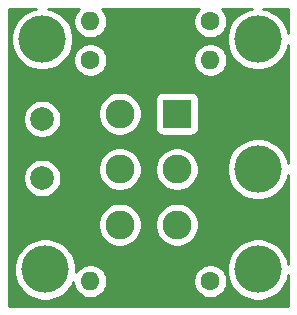
<source format=gbr>
G04 #@! TF.GenerationSoftware,KiCad,Pcbnew,(5.1.5-0-10_14)*
G04 #@! TF.CreationDate,2020-09-14T21:43:17+01:00*
G04 #@! TF.ProjectId,SelectPCB,53656c65-6374-4504-9342-2e6b69636164,rev?*
G04 #@! TF.SameCoordinates,Original*
G04 #@! TF.FileFunction,Copper,L2,Bot*
G04 #@! TF.FilePolarity,Positive*
%FSLAX46Y46*%
G04 Gerber Fmt 4.6, Leading zero omitted, Abs format (unit mm)*
G04 Created by KiCad (PCBNEW (5.1.5-0-10_14)) date 2020-09-14 21:43:17*
%MOMM*%
%LPD*%
G04 APERTURE LIST*
%ADD10C,4.000500*%
%ADD11R,2.450000X2.450000*%
%ADD12C,2.450000*%
%ADD13C,2.000000*%
%ADD14C,1.600000*%
%ADD15O,1.600000X1.600000*%
%ADD16C,0.254000*%
G04 APERTURE END LIST*
D10*
X162750000Y-88750000D03*
D11*
X155915000Y-95050000D03*
D12*
X155915000Y-99750000D03*
X155915000Y-104450000D03*
X151085000Y-104450000D03*
X151085000Y-99750000D03*
X151085000Y-95050000D03*
D13*
X144500000Y-95500000D03*
X144500000Y-100500000D03*
D14*
X158750000Y-109250000D03*
D15*
X148590000Y-109250000D03*
X148590000Y-87250000D03*
D14*
X158750000Y-87250000D03*
X148590000Y-90500000D03*
D15*
X158750000Y-90500000D03*
D10*
X162750000Y-108250000D03*
X162750000Y-99750000D03*
X144750000Y-108250000D03*
X144500000Y-88750000D03*
D16*
G36*
X143731326Y-86216021D02*
G01*
X143251741Y-86414672D01*
X142820126Y-86703068D01*
X142453068Y-87070126D01*
X142164672Y-87501741D01*
X141966021Y-87981326D01*
X141864750Y-88490451D01*
X141864750Y-89009549D01*
X141966021Y-89518674D01*
X142164672Y-89998259D01*
X142453068Y-90429874D01*
X142820126Y-90796932D01*
X143251741Y-91085328D01*
X143731326Y-91283979D01*
X144240451Y-91385250D01*
X144759549Y-91385250D01*
X145268674Y-91283979D01*
X145748259Y-91085328D01*
X146179874Y-90796932D01*
X146546932Y-90429874D01*
X146594512Y-90358665D01*
X147155000Y-90358665D01*
X147155000Y-90641335D01*
X147210147Y-90918574D01*
X147318320Y-91179727D01*
X147475363Y-91414759D01*
X147675241Y-91614637D01*
X147910273Y-91771680D01*
X148171426Y-91879853D01*
X148448665Y-91935000D01*
X148731335Y-91935000D01*
X149008574Y-91879853D01*
X149269727Y-91771680D01*
X149504759Y-91614637D01*
X149704637Y-91414759D01*
X149861680Y-91179727D01*
X149969853Y-90918574D01*
X150025000Y-90641335D01*
X150025000Y-90358665D01*
X157315000Y-90358665D01*
X157315000Y-90641335D01*
X157370147Y-90918574D01*
X157478320Y-91179727D01*
X157635363Y-91414759D01*
X157835241Y-91614637D01*
X158070273Y-91771680D01*
X158331426Y-91879853D01*
X158608665Y-91935000D01*
X158891335Y-91935000D01*
X159168574Y-91879853D01*
X159429727Y-91771680D01*
X159664759Y-91614637D01*
X159864637Y-91414759D01*
X160021680Y-91179727D01*
X160129853Y-90918574D01*
X160185000Y-90641335D01*
X160185000Y-90358665D01*
X160129853Y-90081426D01*
X160021680Y-89820273D01*
X159864637Y-89585241D01*
X159664759Y-89385363D01*
X159429727Y-89228320D01*
X159168574Y-89120147D01*
X158891335Y-89065000D01*
X158608665Y-89065000D01*
X158331426Y-89120147D01*
X158070273Y-89228320D01*
X157835241Y-89385363D01*
X157635363Y-89585241D01*
X157478320Y-89820273D01*
X157370147Y-90081426D01*
X157315000Y-90358665D01*
X150025000Y-90358665D01*
X149969853Y-90081426D01*
X149861680Y-89820273D01*
X149704637Y-89585241D01*
X149504759Y-89385363D01*
X149269727Y-89228320D01*
X149008574Y-89120147D01*
X148731335Y-89065000D01*
X148448665Y-89065000D01*
X148171426Y-89120147D01*
X147910273Y-89228320D01*
X147675241Y-89385363D01*
X147475363Y-89585241D01*
X147318320Y-89820273D01*
X147210147Y-90081426D01*
X147155000Y-90358665D01*
X146594512Y-90358665D01*
X146835328Y-89998259D01*
X147033979Y-89518674D01*
X147135250Y-89009549D01*
X147135250Y-88490451D01*
X147033979Y-87981326D01*
X146835328Y-87501741D01*
X146546932Y-87070126D01*
X146179874Y-86703068D01*
X145748259Y-86414672D01*
X145268674Y-86216021D01*
X144987037Y-86160000D01*
X147650604Y-86160000D01*
X147475363Y-86335241D01*
X147318320Y-86570273D01*
X147210147Y-86831426D01*
X147155000Y-87108665D01*
X147155000Y-87391335D01*
X147210147Y-87668574D01*
X147318320Y-87929727D01*
X147475363Y-88164759D01*
X147675241Y-88364637D01*
X147910273Y-88521680D01*
X148171426Y-88629853D01*
X148448665Y-88685000D01*
X148731335Y-88685000D01*
X149008574Y-88629853D01*
X149269727Y-88521680D01*
X149504759Y-88364637D01*
X149704637Y-88164759D01*
X149861680Y-87929727D01*
X149969853Y-87668574D01*
X150025000Y-87391335D01*
X150025000Y-87108665D01*
X149969853Y-86831426D01*
X149861680Y-86570273D01*
X149704637Y-86335241D01*
X149529396Y-86160000D01*
X157810604Y-86160000D01*
X157635363Y-86335241D01*
X157478320Y-86570273D01*
X157370147Y-86831426D01*
X157315000Y-87108665D01*
X157315000Y-87391335D01*
X157370147Y-87668574D01*
X157478320Y-87929727D01*
X157635363Y-88164759D01*
X157835241Y-88364637D01*
X158070273Y-88521680D01*
X158331426Y-88629853D01*
X158608665Y-88685000D01*
X158891335Y-88685000D01*
X159168574Y-88629853D01*
X159429727Y-88521680D01*
X159664759Y-88364637D01*
X159864637Y-88164759D01*
X160021680Y-87929727D01*
X160129853Y-87668574D01*
X160185000Y-87391335D01*
X160185000Y-87108665D01*
X160129853Y-86831426D01*
X160021680Y-86570273D01*
X159864637Y-86335241D01*
X159689396Y-86160000D01*
X162262963Y-86160000D01*
X161981326Y-86216021D01*
X161501741Y-86414672D01*
X161070126Y-86703068D01*
X160703068Y-87070126D01*
X160414672Y-87501741D01*
X160216021Y-87981326D01*
X160114750Y-88490451D01*
X160114750Y-89009549D01*
X160216021Y-89518674D01*
X160414672Y-89998259D01*
X160703068Y-90429874D01*
X161070126Y-90796932D01*
X161501741Y-91085328D01*
X161981326Y-91283979D01*
X162490451Y-91385250D01*
X163009549Y-91385250D01*
X163518674Y-91283979D01*
X163998259Y-91085328D01*
X164429874Y-90796932D01*
X164796932Y-90429874D01*
X165085328Y-89998259D01*
X165283979Y-89518674D01*
X165340001Y-89237032D01*
X165340000Y-99262966D01*
X165283979Y-98981326D01*
X165085328Y-98501741D01*
X164796932Y-98070126D01*
X164429874Y-97703068D01*
X163998259Y-97414672D01*
X163518674Y-97216021D01*
X163009549Y-97114750D01*
X162490451Y-97114750D01*
X161981326Y-97216021D01*
X161501741Y-97414672D01*
X161070126Y-97703068D01*
X160703068Y-98070126D01*
X160414672Y-98501741D01*
X160216021Y-98981326D01*
X160114750Y-99490451D01*
X160114750Y-100009549D01*
X160216021Y-100518674D01*
X160414672Y-100998259D01*
X160703068Y-101429874D01*
X161070126Y-101796932D01*
X161501741Y-102085328D01*
X161981326Y-102283979D01*
X162490451Y-102385250D01*
X163009549Y-102385250D01*
X163518674Y-102283979D01*
X163998259Y-102085328D01*
X164429874Y-101796932D01*
X164796932Y-101429874D01*
X165085328Y-100998259D01*
X165283979Y-100518674D01*
X165340000Y-100237034D01*
X165340000Y-107762964D01*
X165283979Y-107481326D01*
X165085328Y-107001741D01*
X164796932Y-106570126D01*
X164429874Y-106203068D01*
X163998259Y-105914672D01*
X163518674Y-105716021D01*
X163009549Y-105614750D01*
X162490451Y-105614750D01*
X161981326Y-105716021D01*
X161501741Y-105914672D01*
X161070126Y-106203068D01*
X160703068Y-106570126D01*
X160414672Y-107001741D01*
X160216021Y-107481326D01*
X160114750Y-107990451D01*
X160114750Y-108509549D01*
X160216021Y-109018674D01*
X160414672Y-109498259D01*
X160703068Y-109929874D01*
X161070126Y-110296932D01*
X161501741Y-110585328D01*
X161981326Y-110783979D01*
X162490451Y-110885250D01*
X163009549Y-110885250D01*
X163518674Y-110783979D01*
X163998259Y-110585328D01*
X164429874Y-110296932D01*
X164796932Y-109929874D01*
X165085328Y-109498259D01*
X165283979Y-109018674D01*
X165340000Y-108737036D01*
X165340000Y-111340000D01*
X141660000Y-111340000D01*
X141660000Y-107990451D01*
X142114750Y-107990451D01*
X142114750Y-108509549D01*
X142216021Y-109018674D01*
X142414672Y-109498259D01*
X142703068Y-109929874D01*
X143070126Y-110296932D01*
X143501741Y-110585328D01*
X143981326Y-110783979D01*
X144490451Y-110885250D01*
X145009549Y-110885250D01*
X145518674Y-110783979D01*
X145998259Y-110585328D01*
X146429874Y-110296932D01*
X146796932Y-109929874D01*
X147085328Y-109498259D01*
X147155000Y-109330056D01*
X147155000Y-109391335D01*
X147210147Y-109668574D01*
X147318320Y-109929727D01*
X147475363Y-110164759D01*
X147675241Y-110364637D01*
X147910273Y-110521680D01*
X148171426Y-110629853D01*
X148448665Y-110685000D01*
X148731335Y-110685000D01*
X149008574Y-110629853D01*
X149269727Y-110521680D01*
X149504759Y-110364637D01*
X149704637Y-110164759D01*
X149861680Y-109929727D01*
X149969853Y-109668574D01*
X150025000Y-109391335D01*
X150025000Y-109108665D01*
X157315000Y-109108665D01*
X157315000Y-109391335D01*
X157370147Y-109668574D01*
X157478320Y-109929727D01*
X157635363Y-110164759D01*
X157835241Y-110364637D01*
X158070273Y-110521680D01*
X158331426Y-110629853D01*
X158608665Y-110685000D01*
X158891335Y-110685000D01*
X159168574Y-110629853D01*
X159429727Y-110521680D01*
X159664759Y-110364637D01*
X159864637Y-110164759D01*
X160021680Y-109929727D01*
X160129853Y-109668574D01*
X160185000Y-109391335D01*
X160185000Y-109108665D01*
X160129853Y-108831426D01*
X160021680Y-108570273D01*
X159864637Y-108335241D01*
X159664759Y-108135363D01*
X159429727Y-107978320D01*
X159168574Y-107870147D01*
X158891335Y-107815000D01*
X158608665Y-107815000D01*
X158331426Y-107870147D01*
X158070273Y-107978320D01*
X157835241Y-108135363D01*
X157635363Y-108335241D01*
X157478320Y-108570273D01*
X157370147Y-108831426D01*
X157315000Y-109108665D01*
X150025000Y-109108665D01*
X149969853Y-108831426D01*
X149861680Y-108570273D01*
X149704637Y-108335241D01*
X149504759Y-108135363D01*
X149269727Y-107978320D01*
X149008574Y-107870147D01*
X148731335Y-107815000D01*
X148448665Y-107815000D01*
X148171426Y-107870147D01*
X147910273Y-107978320D01*
X147675241Y-108135363D01*
X147475363Y-108335241D01*
X147385250Y-108470105D01*
X147385250Y-107990451D01*
X147283979Y-107481326D01*
X147085328Y-107001741D01*
X146796932Y-106570126D01*
X146429874Y-106203068D01*
X145998259Y-105914672D01*
X145518674Y-105716021D01*
X145009549Y-105614750D01*
X144490451Y-105614750D01*
X143981326Y-105716021D01*
X143501741Y-105914672D01*
X143070126Y-106203068D01*
X142703068Y-106570126D01*
X142414672Y-107001741D01*
X142216021Y-107481326D01*
X142114750Y-107990451D01*
X141660000Y-107990451D01*
X141660000Y-104266806D01*
X149225000Y-104266806D01*
X149225000Y-104633194D01*
X149296479Y-104992542D01*
X149436689Y-105331041D01*
X149640243Y-105635681D01*
X149899319Y-105894757D01*
X150203959Y-106098311D01*
X150542458Y-106238521D01*
X150901806Y-106310000D01*
X151268194Y-106310000D01*
X151627542Y-106238521D01*
X151966041Y-106098311D01*
X152270681Y-105894757D01*
X152529757Y-105635681D01*
X152733311Y-105331041D01*
X152873521Y-104992542D01*
X152945000Y-104633194D01*
X152945000Y-104266806D01*
X154055000Y-104266806D01*
X154055000Y-104633194D01*
X154126479Y-104992542D01*
X154266689Y-105331041D01*
X154470243Y-105635681D01*
X154729319Y-105894757D01*
X155033959Y-106098311D01*
X155372458Y-106238521D01*
X155731806Y-106310000D01*
X156098194Y-106310000D01*
X156457542Y-106238521D01*
X156796041Y-106098311D01*
X157100681Y-105894757D01*
X157359757Y-105635681D01*
X157563311Y-105331041D01*
X157703521Y-104992542D01*
X157775000Y-104633194D01*
X157775000Y-104266806D01*
X157703521Y-103907458D01*
X157563311Y-103568959D01*
X157359757Y-103264319D01*
X157100681Y-103005243D01*
X156796041Y-102801689D01*
X156457542Y-102661479D01*
X156098194Y-102590000D01*
X155731806Y-102590000D01*
X155372458Y-102661479D01*
X155033959Y-102801689D01*
X154729319Y-103005243D01*
X154470243Y-103264319D01*
X154266689Y-103568959D01*
X154126479Y-103907458D01*
X154055000Y-104266806D01*
X152945000Y-104266806D01*
X152873521Y-103907458D01*
X152733311Y-103568959D01*
X152529757Y-103264319D01*
X152270681Y-103005243D01*
X151966041Y-102801689D01*
X151627542Y-102661479D01*
X151268194Y-102590000D01*
X150901806Y-102590000D01*
X150542458Y-102661479D01*
X150203959Y-102801689D01*
X149899319Y-103005243D01*
X149640243Y-103264319D01*
X149436689Y-103568959D01*
X149296479Y-103907458D01*
X149225000Y-104266806D01*
X141660000Y-104266806D01*
X141660000Y-100338967D01*
X142865000Y-100338967D01*
X142865000Y-100661033D01*
X142927832Y-100976912D01*
X143051082Y-101274463D01*
X143230013Y-101542252D01*
X143457748Y-101769987D01*
X143725537Y-101948918D01*
X144023088Y-102072168D01*
X144338967Y-102135000D01*
X144661033Y-102135000D01*
X144976912Y-102072168D01*
X145274463Y-101948918D01*
X145542252Y-101769987D01*
X145769987Y-101542252D01*
X145948918Y-101274463D01*
X146072168Y-100976912D01*
X146135000Y-100661033D01*
X146135000Y-100338967D01*
X146072168Y-100023088D01*
X145948918Y-99725537D01*
X145842858Y-99566806D01*
X149225000Y-99566806D01*
X149225000Y-99933194D01*
X149296479Y-100292542D01*
X149436689Y-100631041D01*
X149640243Y-100935681D01*
X149899319Y-101194757D01*
X150203959Y-101398311D01*
X150542458Y-101538521D01*
X150901806Y-101610000D01*
X151268194Y-101610000D01*
X151627542Y-101538521D01*
X151966041Y-101398311D01*
X152270681Y-101194757D01*
X152529757Y-100935681D01*
X152733311Y-100631041D01*
X152873521Y-100292542D01*
X152945000Y-99933194D01*
X152945000Y-99566806D01*
X154055000Y-99566806D01*
X154055000Y-99933194D01*
X154126479Y-100292542D01*
X154266689Y-100631041D01*
X154470243Y-100935681D01*
X154729319Y-101194757D01*
X155033959Y-101398311D01*
X155372458Y-101538521D01*
X155731806Y-101610000D01*
X156098194Y-101610000D01*
X156457542Y-101538521D01*
X156796041Y-101398311D01*
X157100681Y-101194757D01*
X157359757Y-100935681D01*
X157563311Y-100631041D01*
X157703521Y-100292542D01*
X157775000Y-99933194D01*
X157775000Y-99566806D01*
X157703521Y-99207458D01*
X157563311Y-98868959D01*
X157359757Y-98564319D01*
X157100681Y-98305243D01*
X156796041Y-98101689D01*
X156457542Y-97961479D01*
X156098194Y-97890000D01*
X155731806Y-97890000D01*
X155372458Y-97961479D01*
X155033959Y-98101689D01*
X154729319Y-98305243D01*
X154470243Y-98564319D01*
X154266689Y-98868959D01*
X154126479Y-99207458D01*
X154055000Y-99566806D01*
X152945000Y-99566806D01*
X152873521Y-99207458D01*
X152733311Y-98868959D01*
X152529757Y-98564319D01*
X152270681Y-98305243D01*
X151966041Y-98101689D01*
X151627542Y-97961479D01*
X151268194Y-97890000D01*
X150901806Y-97890000D01*
X150542458Y-97961479D01*
X150203959Y-98101689D01*
X149899319Y-98305243D01*
X149640243Y-98564319D01*
X149436689Y-98868959D01*
X149296479Y-99207458D01*
X149225000Y-99566806D01*
X145842858Y-99566806D01*
X145769987Y-99457748D01*
X145542252Y-99230013D01*
X145274463Y-99051082D01*
X144976912Y-98927832D01*
X144661033Y-98865000D01*
X144338967Y-98865000D01*
X144023088Y-98927832D01*
X143725537Y-99051082D01*
X143457748Y-99230013D01*
X143230013Y-99457748D01*
X143051082Y-99725537D01*
X142927832Y-100023088D01*
X142865000Y-100338967D01*
X141660000Y-100338967D01*
X141660000Y-95338967D01*
X142865000Y-95338967D01*
X142865000Y-95661033D01*
X142927832Y-95976912D01*
X143051082Y-96274463D01*
X143230013Y-96542252D01*
X143457748Y-96769987D01*
X143725537Y-96948918D01*
X144023088Y-97072168D01*
X144338967Y-97135000D01*
X144661033Y-97135000D01*
X144976912Y-97072168D01*
X145274463Y-96948918D01*
X145542252Y-96769987D01*
X145769987Y-96542252D01*
X145948918Y-96274463D01*
X146072168Y-95976912D01*
X146135000Y-95661033D01*
X146135000Y-95338967D01*
X146072168Y-95023088D01*
X146007434Y-94866806D01*
X149225000Y-94866806D01*
X149225000Y-95233194D01*
X149296479Y-95592542D01*
X149436689Y-95931041D01*
X149640243Y-96235681D01*
X149899319Y-96494757D01*
X150203959Y-96698311D01*
X150542458Y-96838521D01*
X150901806Y-96910000D01*
X151268194Y-96910000D01*
X151627542Y-96838521D01*
X151966041Y-96698311D01*
X152270681Y-96494757D01*
X152529757Y-96235681D01*
X152733311Y-95931041D01*
X152873521Y-95592542D01*
X152945000Y-95233194D01*
X152945000Y-94866806D01*
X152873521Y-94507458D01*
X152733311Y-94168959D01*
X152529757Y-93864319D01*
X152490438Y-93825000D01*
X154051928Y-93825000D01*
X154051928Y-96275000D01*
X154064188Y-96399482D01*
X154100498Y-96519180D01*
X154159463Y-96629494D01*
X154238815Y-96726185D01*
X154335506Y-96805537D01*
X154445820Y-96864502D01*
X154565518Y-96900812D01*
X154690000Y-96913072D01*
X157140000Y-96913072D01*
X157264482Y-96900812D01*
X157384180Y-96864502D01*
X157494494Y-96805537D01*
X157591185Y-96726185D01*
X157670537Y-96629494D01*
X157729502Y-96519180D01*
X157765812Y-96399482D01*
X157778072Y-96275000D01*
X157778072Y-93825000D01*
X157765812Y-93700518D01*
X157729502Y-93580820D01*
X157670537Y-93470506D01*
X157591185Y-93373815D01*
X157494494Y-93294463D01*
X157384180Y-93235498D01*
X157264482Y-93199188D01*
X157140000Y-93186928D01*
X154690000Y-93186928D01*
X154565518Y-93199188D01*
X154445820Y-93235498D01*
X154335506Y-93294463D01*
X154238815Y-93373815D01*
X154159463Y-93470506D01*
X154100498Y-93580820D01*
X154064188Y-93700518D01*
X154051928Y-93825000D01*
X152490438Y-93825000D01*
X152270681Y-93605243D01*
X151966041Y-93401689D01*
X151627542Y-93261479D01*
X151268194Y-93190000D01*
X150901806Y-93190000D01*
X150542458Y-93261479D01*
X150203959Y-93401689D01*
X149899319Y-93605243D01*
X149640243Y-93864319D01*
X149436689Y-94168959D01*
X149296479Y-94507458D01*
X149225000Y-94866806D01*
X146007434Y-94866806D01*
X145948918Y-94725537D01*
X145769987Y-94457748D01*
X145542252Y-94230013D01*
X145274463Y-94051082D01*
X144976912Y-93927832D01*
X144661033Y-93865000D01*
X144338967Y-93865000D01*
X144023088Y-93927832D01*
X143725537Y-94051082D01*
X143457748Y-94230013D01*
X143230013Y-94457748D01*
X143051082Y-94725537D01*
X142927832Y-95023088D01*
X142865000Y-95338967D01*
X141660000Y-95338967D01*
X141660000Y-86160000D01*
X144012963Y-86160000D01*
X143731326Y-86216021D01*
G37*
X143731326Y-86216021D02*
X143251741Y-86414672D01*
X142820126Y-86703068D01*
X142453068Y-87070126D01*
X142164672Y-87501741D01*
X141966021Y-87981326D01*
X141864750Y-88490451D01*
X141864750Y-89009549D01*
X141966021Y-89518674D01*
X142164672Y-89998259D01*
X142453068Y-90429874D01*
X142820126Y-90796932D01*
X143251741Y-91085328D01*
X143731326Y-91283979D01*
X144240451Y-91385250D01*
X144759549Y-91385250D01*
X145268674Y-91283979D01*
X145748259Y-91085328D01*
X146179874Y-90796932D01*
X146546932Y-90429874D01*
X146594512Y-90358665D01*
X147155000Y-90358665D01*
X147155000Y-90641335D01*
X147210147Y-90918574D01*
X147318320Y-91179727D01*
X147475363Y-91414759D01*
X147675241Y-91614637D01*
X147910273Y-91771680D01*
X148171426Y-91879853D01*
X148448665Y-91935000D01*
X148731335Y-91935000D01*
X149008574Y-91879853D01*
X149269727Y-91771680D01*
X149504759Y-91614637D01*
X149704637Y-91414759D01*
X149861680Y-91179727D01*
X149969853Y-90918574D01*
X150025000Y-90641335D01*
X150025000Y-90358665D01*
X157315000Y-90358665D01*
X157315000Y-90641335D01*
X157370147Y-90918574D01*
X157478320Y-91179727D01*
X157635363Y-91414759D01*
X157835241Y-91614637D01*
X158070273Y-91771680D01*
X158331426Y-91879853D01*
X158608665Y-91935000D01*
X158891335Y-91935000D01*
X159168574Y-91879853D01*
X159429727Y-91771680D01*
X159664759Y-91614637D01*
X159864637Y-91414759D01*
X160021680Y-91179727D01*
X160129853Y-90918574D01*
X160185000Y-90641335D01*
X160185000Y-90358665D01*
X160129853Y-90081426D01*
X160021680Y-89820273D01*
X159864637Y-89585241D01*
X159664759Y-89385363D01*
X159429727Y-89228320D01*
X159168574Y-89120147D01*
X158891335Y-89065000D01*
X158608665Y-89065000D01*
X158331426Y-89120147D01*
X158070273Y-89228320D01*
X157835241Y-89385363D01*
X157635363Y-89585241D01*
X157478320Y-89820273D01*
X157370147Y-90081426D01*
X157315000Y-90358665D01*
X150025000Y-90358665D01*
X149969853Y-90081426D01*
X149861680Y-89820273D01*
X149704637Y-89585241D01*
X149504759Y-89385363D01*
X149269727Y-89228320D01*
X149008574Y-89120147D01*
X148731335Y-89065000D01*
X148448665Y-89065000D01*
X148171426Y-89120147D01*
X147910273Y-89228320D01*
X147675241Y-89385363D01*
X147475363Y-89585241D01*
X147318320Y-89820273D01*
X147210147Y-90081426D01*
X147155000Y-90358665D01*
X146594512Y-90358665D01*
X146835328Y-89998259D01*
X147033979Y-89518674D01*
X147135250Y-89009549D01*
X147135250Y-88490451D01*
X147033979Y-87981326D01*
X146835328Y-87501741D01*
X146546932Y-87070126D01*
X146179874Y-86703068D01*
X145748259Y-86414672D01*
X145268674Y-86216021D01*
X144987037Y-86160000D01*
X147650604Y-86160000D01*
X147475363Y-86335241D01*
X147318320Y-86570273D01*
X147210147Y-86831426D01*
X147155000Y-87108665D01*
X147155000Y-87391335D01*
X147210147Y-87668574D01*
X147318320Y-87929727D01*
X147475363Y-88164759D01*
X147675241Y-88364637D01*
X147910273Y-88521680D01*
X148171426Y-88629853D01*
X148448665Y-88685000D01*
X148731335Y-88685000D01*
X149008574Y-88629853D01*
X149269727Y-88521680D01*
X149504759Y-88364637D01*
X149704637Y-88164759D01*
X149861680Y-87929727D01*
X149969853Y-87668574D01*
X150025000Y-87391335D01*
X150025000Y-87108665D01*
X149969853Y-86831426D01*
X149861680Y-86570273D01*
X149704637Y-86335241D01*
X149529396Y-86160000D01*
X157810604Y-86160000D01*
X157635363Y-86335241D01*
X157478320Y-86570273D01*
X157370147Y-86831426D01*
X157315000Y-87108665D01*
X157315000Y-87391335D01*
X157370147Y-87668574D01*
X157478320Y-87929727D01*
X157635363Y-88164759D01*
X157835241Y-88364637D01*
X158070273Y-88521680D01*
X158331426Y-88629853D01*
X158608665Y-88685000D01*
X158891335Y-88685000D01*
X159168574Y-88629853D01*
X159429727Y-88521680D01*
X159664759Y-88364637D01*
X159864637Y-88164759D01*
X160021680Y-87929727D01*
X160129853Y-87668574D01*
X160185000Y-87391335D01*
X160185000Y-87108665D01*
X160129853Y-86831426D01*
X160021680Y-86570273D01*
X159864637Y-86335241D01*
X159689396Y-86160000D01*
X162262963Y-86160000D01*
X161981326Y-86216021D01*
X161501741Y-86414672D01*
X161070126Y-86703068D01*
X160703068Y-87070126D01*
X160414672Y-87501741D01*
X160216021Y-87981326D01*
X160114750Y-88490451D01*
X160114750Y-89009549D01*
X160216021Y-89518674D01*
X160414672Y-89998259D01*
X160703068Y-90429874D01*
X161070126Y-90796932D01*
X161501741Y-91085328D01*
X161981326Y-91283979D01*
X162490451Y-91385250D01*
X163009549Y-91385250D01*
X163518674Y-91283979D01*
X163998259Y-91085328D01*
X164429874Y-90796932D01*
X164796932Y-90429874D01*
X165085328Y-89998259D01*
X165283979Y-89518674D01*
X165340001Y-89237032D01*
X165340000Y-99262966D01*
X165283979Y-98981326D01*
X165085328Y-98501741D01*
X164796932Y-98070126D01*
X164429874Y-97703068D01*
X163998259Y-97414672D01*
X163518674Y-97216021D01*
X163009549Y-97114750D01*
X162490451Y-97114750D01*
X161981326Y-97216021D01*
X161501741Y-97414672D01*
X161070126Y-97703068D01*
X160703068Y-98070126D01*
X160414672Y-98501741D01*
X160216021Y-98981326D01*
X160114750Y-99490451D01*
X160114750Y-100009549D01*
X160216021Y-100518674D01*
X160414672Y-100998259D01*
X160703068Y-101429874D01*
X161070126Y-101796932D01*
X161501741Y-102085328D01*
X161981326Y-102283979D01*
X162490451Y-102385250D01*
X163009549Y-102385250D01*
X163518674Y-102283979D01*
X163998259Y-102085328D01*
X164429874Y-101796932D01*
X164796932Y-101429874D01*
X165085328Y-100998259D01*
X165283979Y-100518674D01*
X165340000Y-100237034D01*
X165340000Y-107762964D01*
X165283979Y-107481326D01*
X165085328Y-107001741D01*
X164796932Y-106570126D01*
X164429874Y-106203068D01*
X163998259Y-105914672D01*
X163518674Y-105716021D01*
X163009549Y-105614750D01*
X162490451Y-105614750D01*
X161981326Y-105716021D01*
X161501741Y-105914672D01*
X161070126Y-106203068D01*
X160703068Y-106570126D01*
X160414672Y-107001741D01*
X160216021Y-107481326D01*
X160114750Y-107990451D01*
X160114750Y-108509549D01*
X160216021Y-109018674D01*
X160414672Y-109498259D01*
X160703068Y-109929874D01*
X161070126Y-110296932D01*
X161501741Y-110585328D01*
X161981326Y-110783979D01*
X162490451Y-110885250D01*
X163009549Y-110885250D01*
X163518674Y-110783979D01*
X163998259Y-110585328D01*
X164429874Y-110296932D01*
X164796932Y-109929874D01*
X165085328Y-109498259D01*
X165283979Y-109018674D01*
X165340000Y-108737036D01*
X165340000Y-111340000D01*
X141660000Y-111340000D01*
X141660000Y-107990451D01*
X142114750Y-107990451D01*
X142114750Y-108509549D01*
X142216021Y-109018674D01*
X142414672Y-109498259D01*
X142703068Y-109929874D01*
X143070126Y-110296932D01*
X143501741Y-110585328D01*
X143981326Y-110783979D01*
X144490451Y-110885250D01*
X145009549Y-110885250D01*
X145518674Y-110783979D01*
X145998259Y-110585328D01*
X146429874Y-110296932D01*
X146796932Y-109929874D01*
X147085328Y-109498259D01*
X147155000Y-109330056D01*
X147155000Y-109391335D01*
X147210147Y-109668574D01*
X147318320Y-109929727D01*
X147475363Y-110164759D01*
X147675241Y-110364637D01*
X147910273Y-110521680D01*
X148171426Y-110629853D01*
X148448665Y-110685000D01*
X148731335Y-110685000D01*
X149008574Y-110629853D01*
X149269727Y-110521680D01*
X149504759Y-110364637D01*
X149704637Y-110164759D01*
X149861680Y-109929727D01*
X149969853Y-109668574D01*
X150025000Y-109391335D01*
X150025000Y-109108665D01*
X157315000Y-109108665D01*
X157315000Y-109391335D01*
X157370147Y-109668574D01*
X157478320Y-109929727D01*
X157635363Y-110164759D01*
X157835241Y-110364637D01*
X158070273Y-110521680D01*
X158331426Y-110629853D01*
X158608665Y-110685000D01*
X158891335Y-110685000D01*
X159168574Y-110629853D01*
X159429727Y-110521680D01*
X159664759Y-110364637D01*
X159864637Y-110164759D01*
X160021680Y-109929727D01*
X160129853Y-109668574D01*
X160185000Y-109391335D01*
X160185000Y-109108665D01*
X160129853Y-108831426D01*
X160021680Y-108570273D01*
X159864637Y-108335241D01*
X159664759Y-108135363D01*
X159429727Y-107978320D01*
X159168574Y-107870147D01*
X158891335Y-107815000D01*
X158608665Y-107815000D01*
X158331426Y-107870147D01*
X158070273Y-107978320D01*
X157835241Y-108135363D01*
X157635363Y-108335241D01*
X157478320Y-108570273D01*
X157370147Y-108831426D01*
X157315000Y-109108665D01*
X150025000Y-109108665D01*
X149969853Y-108831426D01*
X149861680Y-108570273D01*
X149704637Y-108335241D01*
X149504759Y-108135363D01*
X149269727Y-107978320D01*
X149008574Y-107870147D01*
X148731335Y-107815000D01*
X148448665Y-107815000D01*
X148171426Y-107870147D01*
X147910273Y-107978320D01*
X147675241Y-108135363D01*
X147475363Y-108335241D01*
X147385250Y-108470105D01*
X147385250Y-107990451D01*
X147283979Y-107481326D01*
X147085328Y-107001741D01*
X146796932Y-106570126D01*
X146429874Y-106203068D01*
X145998259Y-105914672D01*
X145518674Y-105716021D01*
X145009549Y-105614750D01*
X144490451Y-105614750D01*
X143981326Y-105716021D01*
X143501741Y-105914672D01*
X143070126Y-106203068D01*
X142703068Y-106570126D01*
X142414672Y-107001741D01*
X142216021Y-107481326D01*
X142114750Y-107990451D01*
X141660000Y-107990451D01*
X141660000Y-104266806D01*
X149225000Y-104266806D01*
X149225000Y-104633194D01*
X149296479Y-104992542D01*
X149436689Y-105331041D01*
X149640243Y-105635681D01*
X149899319Y-105894757D01*
X150203959Y-106098311D01*
X150542458Y-106238521D01*
X150901806Y-106310000D01*
X151268194Y-106310000D01*
X151627542Y-106238521D01*
X151966041Y-106098311D01*
X152270681Y-105894757D01*
X152529757Y-105635681D01*
X152733311Y-105331041D01*
X152873521Y-104992542D01*
X152945000Y-104633194D01*
X152945000Y-104266806D01*
X154055000Y-104266806D01*
X154055000Y-104633194D01*
X154126479Y-104992542D01*
X154266689Y-105331041D01*
X154470243Y-105635681D01*
X154729319Y-105894757D01*
X155033959Y-106098311D01*
X155372458Y-106238521D01*
X155731806Y-106310000D01*
X156098194Y-106310000D01*
X156457542Y-106238521D01*
X156796041Y-106098311D01*
X157100681Y-105894757D01*
X157359757Y-105635681D01*
X157563311Y-105331041D01*
X157703521Y-104992542D01*
X157775000Y-104633194D01*
X157775000Y-104266806D01*
X157703521Y-103907458D01*
X157563311Y-103568959D01*
X157359757Y-103264319D01*
X157100681Y-103005243D01*
X156796041Y-102801689D01*
X156457542Y-102661479D01*
X156098194Y-102590000D01*
X155731806Y-102590000D01*
X155372458Y-102661479D01*
X155033959Y-102801689D01*
X154729319Y-103005243D01*
X154470243Y-103264319D01*
X154266689Y-103568959D01*
X154126479Y-103907458D01*
X154055000Y-104266806D01*
X152945000Y-104266806D01*
X152873521Y-103907458D01*
X152733311Y-103568959D01*
X152529757Y-103264319D01*
X152270681Y-103005243D01*
X151966041Y-102801689D01*
X151627542Y-102661479D01*
X151268194Y-102590000D01*
X150901806Y-102590000D01*
X150542458Y-102661479D01*
X150203959Y-102801689D01*
X149899319Y-103005243D01*
X149640243Y-103264319D01*
X149436689Y-103568959D01*
X149296479Y-103907458D01*
X149225000Y-104266806D01*
X141660000Y-104266806D01*
X141660000Y-100338967D01*
X142865000Y-100338967D01*
X142865000Y-100661033D01*
X142927832Y-100976912D01*
X143051082Y-101274463D01*
X143230013Y-101542252D01*
X143457748Y-101769987D01*
X143725537Y-101948918D01*
X144023088Y-102072168D01*
X144338967Y-102135000D01*
X144661033Y-102135000D01*
X144976912Y-102072168D01*
X145274463Y-101948918D01*
X145542252Y-101769987D01*
X145769987Y-101542252D01*
X145948918Y-101274463D01*
X146072168Y-100976912D01*
X146135000Y-100661033D01*
X146135000Y-100338967D01*
X146072168Y-100023088D01*
X145948918Y-99725537D01*
X145842858Y-99566806D01*
X149225000Y-99566806D01*
X149225000Y-99933194D01*
X149296479Y-100292542D01*
X149436689Y-100631041D01*
X149640243Y-100935681D01*
X149899319Y-101194757D01*
X150203959Y-101398311D01*
X150542458Y-101538521D01*
X150901806Y-101610000D01*
X151268194Y-101610000D01*
X151627542Y-101538521D01*
X151966041Y-101398311D01*
X152270681Y-101194757D01*
X152529757Y-100935681D01*
X152733311Y-100631041D01*
X152873521Y-100292542D01*
X152945000Y-99933194D01*
X152945000Y-99566806D01*
X154055000Y-99566806D01*
X154055000Y-99933194D01*
X154126479Y-100292542D01*
X154266689Y-100631041D01*
X154470243Y-100935681D01*
X154729319Y-101194757D01*
X155033959Y-101398311D01*
X155372458Y-101538521D01*
X155731806Y-101610000D01*
X156098194Y-101610000D01*
X156457542Y-101538521D01*
X156796041Y-101398311D01*
X157100681Y-101194757D01*
X157359757Y-100935681D01*
X157563311Y-100631041D01*
X157703521Y-100292542D01*
X157775000Y-99933194D01*
X157775000Y-99566806D01*
X157703521Y-99207458D01*
X157563311Y-98868959D01*
X157359757Y-98564319D01*
X157100681Y-98305243D01*
X156796041Y-98101689D01*
X156457542Y-97961479D01*
X156098194Y-97890000D01*
X155731806Y-97890000D01*
X155372458Y-97961479D01*
X155033959Y-98101689D01*
X154729319Y-98305243D01*
X154470243Y-98564319D01*
X154266689Y-98868959D01*
X154126479Y-99207458D01*
X154055000Y-99566806D01*
X152945000Y-99566806D01*
X152873521Y-99207458D01*
X152733311Y-98868959D01*
X152529757Y-98564319D01*
X152270681Y-98305243D01*
X151966041Y-98101689D01*
X151627542Y-97961479D01*
X151268194Y-97890000D01*
X150901806Y-97890000D01*
X150542458Y-97961479D01*
X150203959Y-98101689D01*
X149899319Y-98305243D01*
X149640243Y-98564319D01*
X149436689Y-98868959D01*
X149296479Y-99207458D01*
X149225000Y-99566806D01*
X145842858Y-99566806D01*
X145769987Y-99457748D01*
X145542252Y-99230013D01*
X145274463Y-99051082D01*
X144976912Y-98927832D01*
X144661033Y-98865000D01*
X144338967Y-98865000D01*
X144023088Y-98927832D01*
X143725537Y-99051082D01*
X143457748Y-99230013D01*
X143230013Y-99457748D01*
X143051082Y-99725537D01*
X142927832Y-100023088D01*
X142865000Y-100338967D01*
X141660000Y-100338967D01*
X141660000Y-95338967D01*
X142865000Y-95338967D01*
X142865000Y-95661033D01*
X142927832Y-95976912D01*
X143051082Y-96274463D01*
X143230013Y-96542252D01*
X143457748Y-96769987D01*
X143725537Y-96948918D01*
X144023088Y-97072168D01*
X144338967Y-97135000D01*
X144661033Y-97135000D01*
X144976912Y-97072168D01*
X145274463Y-96948918D01*
X145542252Y-96769987D01*
X145769987Y-96542252D01*
X145948918Y-96274463D01*
X146072168Y-95976912D01*
X146135000Y-95661033D01*
X146135000Y-95338967D01*
X146072168Y-95023088D01*
X146007434Y-94866806D01*
X149225000Y-94866806D01*
X149225000Y-95233194D01*
X149296479Y-95592542D01*
X149436689Y-95931041D01*
X149640243Y-96235681D01*
X149899319Y-96494757D01*
X150203959Y-96698311D01*
X150542458Y-96838521D01*
X150901806Y-96910000D01*
X151268194Y-96910000D01*
X151627542Y-96838521D01*
X151966041Y-96698311D01*
X152270681Y-96494757D01*
X152529757Y-96235681D01*
X152733311Y-95931041D01*
X152873521Y-95592542D01*
X152945000Y-95233194D01*
X152945000Y-94866806D01*
X152873521Y-94507458D01*
X152733311Y-94168959D01*
X152529757Y-93864319D01*
X152490438Y-93825000D01*
X154051928Y-93825000D01*
X154051928Y-96275000D01*
X154064188Y-96399482D01*
X154100498Y-96519180D01*
X154159463Y-96629494D01*
X154238815Y-96726185D01*
X154335506Y-96805537D01*
X154445820Y-96864502D01*
X154565518Y-96900812D01*
X154690000Y-96913072D01*
X157140000Y-96913072D01*
X157264482Y-96900812D01*
X157384180Y-96864502D01*
X157494494Y-96805537D01*
X157591185Y-96726185D01*
X157670537Y-96629494D01*
X157729502Y-96519180D01*
X157765812Y-96399482D01*
X157778072Y-96275000D01*
X157778072Y-93825000D01*
X157765812Y-93700518D01*
X157729502Y-93580820D01*
X157670537Y-93470506D01*
X157591185Y-93373815D01*
X157494494Y-93294463D01*
X157384180Y-93235498D01*
X157264482Y-93199188D01*
X157140000Y-93186928D01*
X154690000Y-93186928D01*
X154565518Y-93199188D01*
X154445820Y-93235498D01*
X154335506Y-93294463D01*
X154238815Y-93373815D01*
X154159463Y-93470506D01*
X154100498Y-93580820D01*
X154064188Y-93700518D01*
X154051928Y-93825000D01*
X152490438Y-93825000D01*
X152270681Y-93605243D01*
X151966041Y-93401689D01*
X151627542Y-93261479D01*
X151268194Y-93190000D01*
X150901806Y-93190000D01*
X150542458Y-93261479D01*
X150203959Y-93401689D01*
X149899319Y-93605243D01*
X149640243Y-93864319D01*
X149436689Y-94168959D01*
X149296479Y-94507458D01*
X149225000Y-94866806D01*
X146007434Y-94866806D01*
X145948918Y-94725537D01*
X145769987Y-94457748D01*
X145542252Y-94230013D01*
X145274463Y-94051082D01*
X144976912Y-93927832D01*
X144661033Y-93865000D01*
X144338967Y-93865000D01*
X144023088Y-93927832D01*
X143725537Y-94051082D01*
X143457748Y-94230013D01*
X143230013Y-94457748D01*
X143051082Y-94725537D01*
X142927832Y-95023088D01*
X142865000Y-95338967D01*
X141660000Y-95338967D01*
X141660000Y-86160000D01*
X144012963Y-86160000D01*
X143731326Y-86216021D01*
G36*
X165340001Y-88262968D02*
G01*
X165283979Y-87981326D01*
X165085328Y-87501741D01*
X164796932Y-87070126D01*
X164429874Y-86703068D01*
X163998259Y-86414672D01*
X163518674Y-86216021D01*
X163237037Y-86160000D01*
X165340001Y-86160000D01*
X165340001Y-88262968D01*
G37*
X165340001Y-88262968D02*
X165283979Y-87981326D01*
X165085328Y-87501741D01*
X164796932Y-87070126D01*
X164429874Y-86703068D01*
X163998259Y-86414672D01*
X163518674Y-86216021D01*
X163237037Y-86160000D01*
X165340001Y-86160000D01*
X165340001Y-88262968D01*
M02*

</source>
